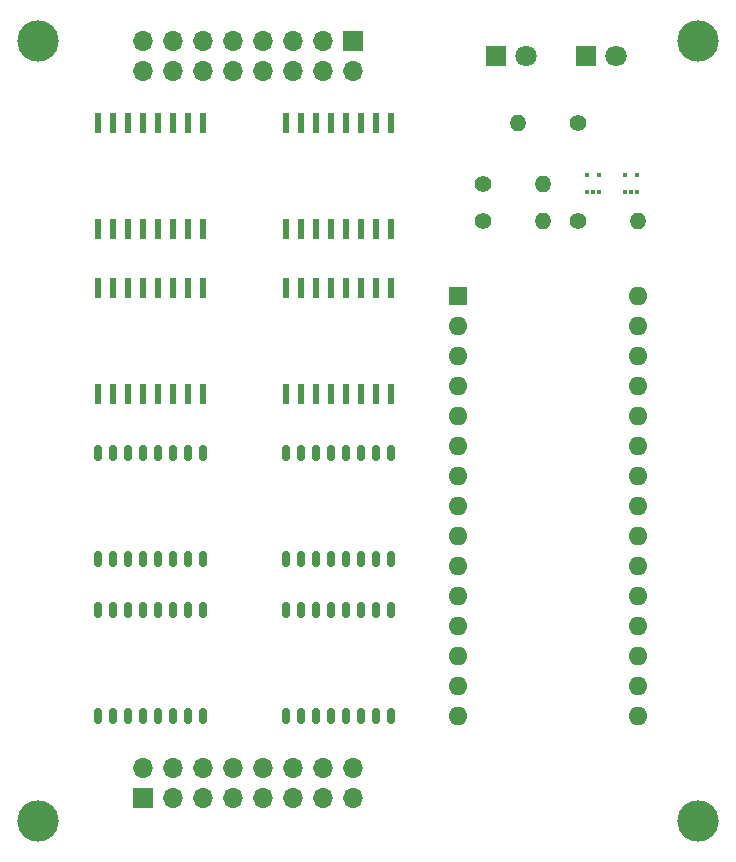
<source format=gbr>
%TF.GenerationSoftware,KiCad,Pcbnew,(6.0.4)*%
%TF.CreationDate,2022-03-26T17:54:34-04:00*%
%TF.ProjectId,Ribbon cable tester,52696262-6f6e-4206-9361-626c65207465,rev?*%
%TF.SameCoordinates,Original*%
%TF.FileFunction,Soldermask,Top*%
%TF.FilePolarity,Negative*%
%FSLAX46Y46*%
G04 Gerber Fmt 4.6, Leading zero omitted, Abs format (unit mm)*
G04 Created by KiCad (PCBNEW (6.0.4)) date 2022-03-26 17:54:34*
%MOMM*%
%LPD*%
G01*
G04 APERTURE LIST*
G04 Aperture macros list*
%AMRoundRect*
0 Rectangle with rounded corners*
0 $1 Rounding radius*
0 $2 $3 $4 $5 $6 $7 $8 $9 X,Y pos of 4 corners*
0 Add a 4 corners polygon primitive as box body*
4,1,4,$2,$3,$4,$5,$6,$7,$8,$9,$2,$3,0*
0 Add four circle primitives for the rounded corners*
1,1,$1+$1,$2,$3*
1,1,$1+$1,$4,$5*
1,1,$1+$1,$6,$7*
1,1,$1+$1,$8,$9*
0 Add four rect primitives between the rounded corners*
20,1,$1+$1,$2,$3,$4,$5,0*
20,1,$1+$1,$4,$5,$6,$7,0*
20,1,$1+$1,$6,$7,$8,$9,0*
20,1,$1+$1,$8,$9,$2,$3,0*%
G04 Aperture macros list end*
%ADD10C,3.500000*%
%ADD11RoundRect,0.150000X0.150000X-0.537500X0.150000X0.537500X-0.150000X0.537500X-0.150000X-0.537500X0*%
%ADD12RoundRect,0.150000X-0.150000X0.537500X-0.150000X-0.537500X0.150000X-0.537500X0.150000X0.537500X0*%
%ADD13R,0.620000X1.780000*%
%ADD14R,0.300000X0.450000*%
%ADD15C,1.400000*%
%ADD16O,1.400000X1.400000*%
%ADD17R,1.700000X1.700000*%
%ADD18O,1.700000X1.700000*%
%ADD19R,1.800000X1.800000*%
%ADD20C,1.800000*%
%ADD21R,1.600000X1.600000*%
%ADD22O,1.600000X1.600000*%
G04 APERTURE END LIST*
D10*
%TO.C,REF\u002A\u002A*%
X160020000Y-66040000D03*
%TD*%
%TO.C,REF\u002A\u002A*%
X160020000Y-132080000D03*
%TD*%
%TO.C,REF\u002A\u002A*%
X104140000Y-132080000D03*
%TD*%
%TO.C,REF\u002A\u002A*%
X104140000Y-66040000D03*
%TD*%
D11*
%TO.C,U10*%
X125095000Y-123232500D03*
X126365000Y-123232500D03*
X127635000Y-123232500D03*
X128905000Y-123232500D03*
X130175000Y-123232500D03*
X131445000Y-123232500D03*
X132715000Y-123232500D03*
X133985000Y-123232500D03*
X133985000Y-114257500D03*
X132715000Y-114257500D03*
X131445000Y-114257500D03*
X130175000Y-114257500D03*
X128905000Y-114257500D03*
X127635000Y-114257500D03*
X126365000Y-114257500D03*
X125095000Y-114257500D03*
%TD*%
%TO.C,U9*%
X109220000Y-123232500D03*
X110490000Y-123232500D03*
X111760000Y-123232500D03*
X113030000Y-123232500D03*
X114300000Y-123232500D03*
X115570000Y-123232500D03*
X116840000Y-123232500D03*
X118110000Y-123232500D03*
X118110000Y-114257500D03*
X116840000Y-114257500D03*
X115570000Y-114257500D03*
X114300000Y-114257500D03*
X113030000Y-114257500D03*
X111760000Y-114257500D03*
X110490000Y-114257500D03*
X109220000Y-114257500D03*
%TD*%
D12*
%TO.C,U8*%
X133985000Y-100922500D03*
X132715000Y-100922500D03*
X131445000Y-100922500D03*
X130175000Y-100922500D03*
X128905000Y-100922500D03*
X127635000Y-100922500D03*
X126365000Y-100922500D03*
X125095000Y-100922500D03*
X125095000Y-109897500D03*
X126365000Y-109897500D03*
X127635000Y-109897500D03*
X128905000Y-109897500D03*
X130175000Y-109897500D03*
X131445000Y-109897500D03*
X132715000Y-109897500D03*
X133985000Y-109897500D03*
%TD*%
%TO.C,U7*%
X118110000Y-100922500D03*
X116840000Y-100922500D03*
X115570000Y-100922500D03*
X114300000Y-100922500D03*
X113030000Y-100922500D03*
X111760000Y-100922500D03*
X110490000Y-100922500D03*
X109220000Y-100922500D03*
X109220000Y-109897500D03*
X110490000Y-109897500D03*
X111760000Y-109897500D03*
X113030000Y-109897500D03*
X114300000Y-109897500D03*
X115570000Y-109897500D03*
X116840000Y-109897500D03*
X118110000Y-109897500D03*
%TD*%
D13*
%TO.C,U6*%
X125095000Y-95950000D03*
X126365000Y-95950000D03*
X127635000Y-95950000D03*
X128905000Y-95950000D03*
X130175000Y-95950000D03*
X131445000Y-95950000D03*
X132715000Y-95950000D03*
X133985000Y-95950000D03*
X133985000Y-86930000D03*
X132715000Y-86930000D03*
X131445000Y-86930000D03*
X130175000Y-86930000D03*
X128905000Y-86930000D03*
X127635000Y-86930000D03*
X126365000Y-86930000D03*
X125095000Y-86930000D03*
%TD*%
%TO.C,U5*%
X109220000Y-95950000D03*
X110490000Y-95950000D03*
X111760000Y-95950000D03*
X113030000Y-95950000D03*
X114300000Y-95950000D03*
X115570000Y-95950000D03*
X116840000Y-95950000D03*
X118110000Y-95950000D03*
X118110000Y-86930000D03*
X116840000Y-86930000D03*
X115570000Y-86930000D03*
X114300000Y-86930000D03*
X113030000Y-86930000D03*
X111760000Y-86930000D03*
X110490000Y-86930000D03*
X109220000Y-86930000D03*
%TD*%
%TO.C,U4*%
X125095000Y-81980000D03*
X126365000Y-81980000D03*
X127635000Y-81980000D03*
X128905000Y-81980000D03*
X130175000Y-81980000D03*
X131445000Y-81980000D03*
X132715000Y-81980000D03*
X133985000Y-81980000D03*
X133985000Y-72960000D03*
X132715000Y-72960000D03*
X131445000Y-72960000D03*
X130175000Y-72960000D03*
X128905000Y-72960000D03*
X127635000Y-72960000D03*
X126365000Y-72960000D03*
X125095000Y-72960000D03*
%TD*%
%TO.C,U3*%
X109220000Y-81980000D03*
X110490000Y-81980000D03*
X111760000Y-81980000D03*
X113030000Y-81980000D03*
X114300000Y-81980000D03*
X115570000Y-81980000D03*
X116840000Y-81980000D03*
X118110000Y-81980000D03*
X118110000Y-72960000D03*
X116840000Y-72960000D03*
X115570000Y-72960000D03*
X114300000Y-72960000D03*
X113030000Y-72960000D03*
X111760000Y-72960000D03*
X110490000Y-72960000D03*
X109220000Y-72960000D03*
%TD*%
D14*
%TO.C,U2*%
X150630000Y-78805000D03*
X151130000Y-78805000D03*
X151630000Y-78805000D03*
X151630000Y-77405000D03*
X150630000Y-77405000D03*
%TD*%
%TO.C,U1*%
X153805000Y-78805000D03*
X154305000Y-78805000D03*
X154805000Y-78805000D03*
X154805000Y-77405000D03*
X153805000Y-77405000D03*
%TD*%
D15*
%TO.C,SW1*%
X149860000Y-73025000D03*
D16*
X144780000Y-73025000D03*
%TD*%
D15*
%TO.C,R3*%
X141830000Y-81280000D03*
D16*
X146910000Y-81280000D03*
%TD*%
D15*
%TO.C,R2*%
X141830000Y-78130000D03*
D16*
X146910000Y-78130000D03*
%TD*%
D15*
%TO.C,R1*%
X149860000Y-81280000D03*
D16*
X154940000Y-81280000D03*
%TD*%
D17*
%TO.C,J2*%
X113030000Y-130180000D03*
D18*
X113030000Y-127640000D03*
X115570000Y-130180000D03*
X115570000Y-127640000D03*
X118110000Y-130180000D03*
X118110000Y-127640000D03*
X120650000Y-130180000D03*
X120650000Y-127640000D03*
X123190000Y-130180000D03*
X123190000Y-127640000D03*
X125730000Y-130180000D03*
X125730000Y-127640000D03*
X128270000Y-130180000D03*
X128270000Y-127640000D03*
X130810000Y-130180000D03*
X130810000Y-127640000D03*
%TD*%
D17*
%TO.C,J1*%
X130795000Y-66035000D03*
D18*
X130795000Y-68575000D03*
X128255000Y-66035000D03*
X128255000Y-68575000D03*
X125715000Y-66035000D03*
X125715000Y-68575000D03*
X123175000Y-66035000D03*
X123175000Y-68575000D03*
X120635000Y-66035000D03*
X120635000Y-68575000D03*
X118095000Y-66035000D03*
X118095000Y-68575000D03*
X115555000Y-66035000D03*
X115555000Y-68575000D03*
X113015000Y-66035000D03*
X113015000Y-68575000D03*
%TD*%
D19*
%TO.C,FAIL*%
X142870000Y-67310000D03*
D20*
X145410000Y-67310000D03*
%TD*%
D19*
%TO.C,PASS*%
X150490000Y-67310000D03*
D20*
X153030000Y-67310000D03*
%TD*%
D21*
%TO.C,A1*%
X139710000Y-87630000D03*
D22*
X139710000Y-90170000D03*
X139710000Y-92710000D03*
X139710000Y-95250000D03*
X139710000Y-97790000D03*
X139710000Y-100330000D03*
X139710000Y-102870000D03*
X139710000Y-105410000D03*
X139710000Y-107950000D03*
X139710000Y-110490000D03*
X139710000Y-113030000D03*
X139710000Y-115570000D03*
X139710000Y-118110000D03*
X139710000Y-120650000D03*
X139710000Y-123190000D03*
X154950000Y-123190000D03*
X154950000Y-120650000D03*
X154950000Y-118110000D03*
X154950000Y-115570000D03*
X154950000Y-113030000D03*
X154950000Y-110490000D03*
X154950000Y-107950000D03*
X154950000Y-105410000D03*
X154950000Y-102870000D03*
X154950000Y-100330000D03*
X154950000Y-97790000D03*
X154950000Y-95250000D03*
X154950000Y-92710000D03*
X154950000Y-90170000D03*
X154950000Y-87630000D03*
%TD*%
M02*

</source>
